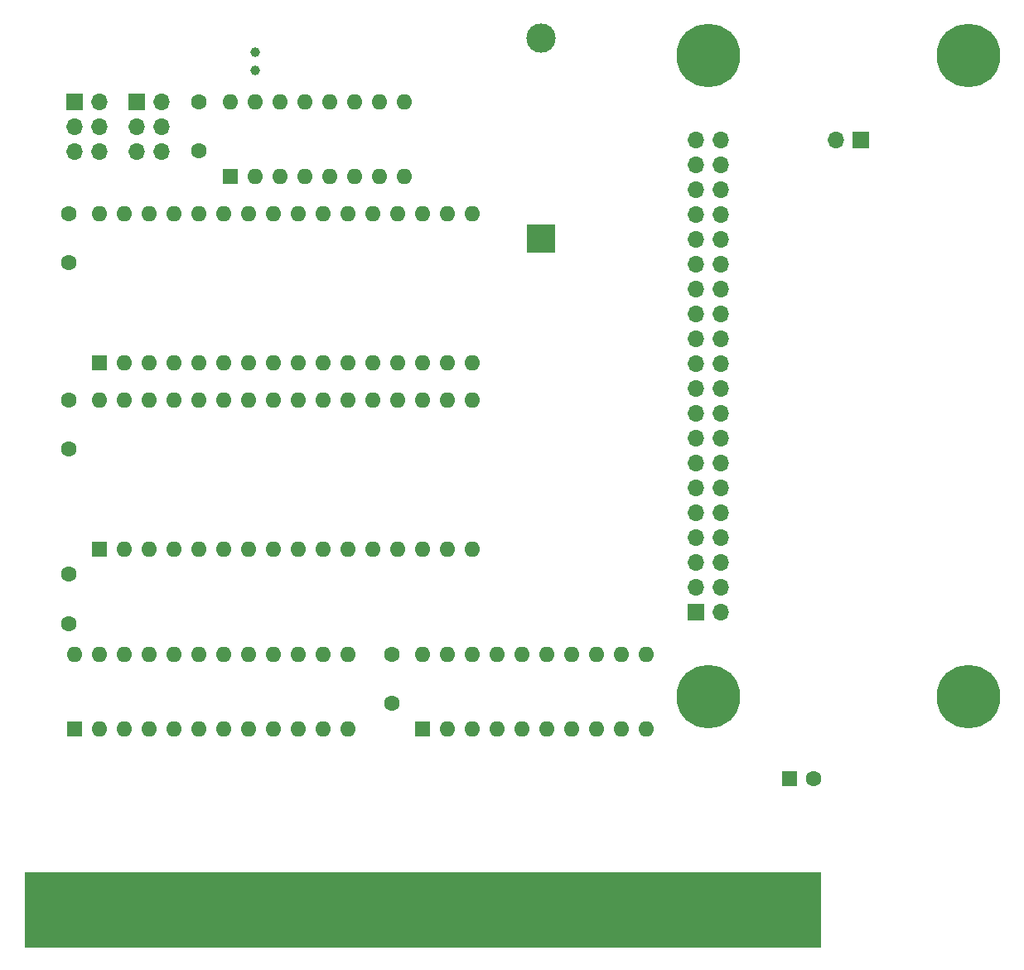
<source format=gbs>
%TF.GenerationSoftware,KiCad,Pcbnew,(5.1.9)-1*%
%TF.CreationDate,2021-06-13T16:48:13+08:00*%
%TF.ProjectId,CF-Combo-Super-Lite,43462d43-6f6d-4626-9f2d-53757065722d,rev?*%
%TF.SameCoordinates,Original*%
%TF.FileFunction,Soldermask,Bot*%
%TF.FilePolarity,Negative*%
%FSLAX46Y46*%
G04 Gerber Fmt 4.6, Leading zero omitted, Abs format (unit mm)*
G04 Created by KiCad (PCBNEW (5.1.9)-1) date 2021-06-13 16:48:13*
%MOMM*%
%LPD*%
G01*
G04 APERTURE LIST*
%ADD10C,0.100000*%
%ADD11O,1.700000X1.700000*%
%ADD12R,1.700000X1.700000*%
%ADD13C,1.600000*%
%ADD14O,1.600000X1.600000*%
%ADD15R,1.600000X1.600000*%
%ADD16C,3.000000*%
%ADD17R,3.000000X3.000000*%
%ADD18C,1.000000*%
%ADD19C,6.500000*%
%ADD20R,1.780000X7.620000*%
G04 APERTURE END LIST*
D10*
G36*
X177800000Y-142240000D02*
G01*
X96520000Y-142240000D01*
X96520000Y-134620000D01*
X177800000Y-134620000D01*
X177800000Y-142240000D01*
G37*
X177800000Y-142240000D02*
X96520000Y-142240000D01*
X96520000Y-134620000D01*
X177800000Y-134620000D01*
X177800000Y-142240000D01*
D11*
%TO.C,J2*%
X179411000Y-59817000D03*
D12*
X181951000Y-59817000D03*
%TD*%
D13*
%TO.C,C2*%
X100965000Y-104220000D03*
X100965000Y-109220000D03*
%TD*%
D14*
%TO.C,U1*%
X104140000Y-67310000D03*
X142240000Y-82550000D03*
X106680000Y-67310000D03*
X139700000Y-82550000D03*
X109220000Y-67310000D03*
X137160000Y-82550000D03*
X111760000Y-67310000D03*
X134620000Y-82550000D03*
X114300000Y-67310000D03*
X132080000Y-82550000D03*
X116840000Y-67310000D03*
X129540000Y-82550000D03*
X119380000Y-67310000D03*
X127000000Y-82550000D03*
X121920000Y-67310000D03*
X124460000Y-82550000D03*
X124460000Y-67310000D03*
X121920000Y-82550000D03*
X127000000Y-67310000D03*
X119380000Y-82550000D03*
X129540000Y-67310000D03*
X116840000Y-82550000D03*
X132080000Y-67310000D03*
X114300000Y-82550000D03*
X134620000Y-67310000D03*
X111760000Y-82550000D03*
X137160000Y-67310000D03*
X109220000Y-82550000D03*
X139700000Y-67310000D03*
X106680000Y-82550000D03*
X142240000Y-67310000D03*
D15*
X104140000Y-82550000D03*
%TD*%
D11*
%TO.C,J5*%
X110490000Y-60960000D03*
X107950000Y-60960000D03*
X110490000Y-58420000D03*
X107950000Y-58420000D03*
X110490000Y-55880000D03*
D12*
X107950000Y-55880000D03*
%TD*%
D11*
%TO.C,J4*%
X104140000Y-60960000D03*
X101600000Y-60960000D03*
X104140000Y-58420000D03*
X101600000Y-58420000D03*
X104140000Y-55880000D03*
D12*
X101600000Y-55880000D03*
%TD*%
D14*
%TO.C,U5*%
X104140000Y-86360000D03*
X142240000Y-101600000D03*
X106680000Y-86360000D03*
X139700000Y-101600000D03*
X109220000Y-86360000D03*
X137160000Y-101600000D03*
X111760000Y-86360000D03*
X134620000Y-101600000D03*
X114300000Y-86360000D03*
X132080000Y-101600000D03*
X116840000Y-86360000D03*
X129540000Y-101600000D03*
X119380000Y-86360000D03*
X127000000Y-101600000D03*
X121920000Y-86360000D03*
X124460000Y-101600000D03*
X124460000Y-86360000D03*
X121920000Y-101600000D03*
X127000000Y-86360000D03*
X119380000Y-101600000D03*
X129540000Y-86360000D03*
X116840000Y-101600000D03*
X132080000Y-86360000D03*
X114300000Y-101600000D03*
X134620000Y-86360000D03*
X111760000Y-101600000D03*
X137160000Y-86360000D03*
X109220000Y-101600000D03*
X139700000Y-86360000D03*
X106680000Y-101600000D03*
X142240000Y-86360000D03*
D15*
X104140000Y-101600000D03*
%TD*%
D11*
%TO.C,J1*%
X167640000Y-59817000D03*
X165100000Y-59817000D03*
X167640000Y-62357000D03*
X165100000Y-62357000D03*
X167640000Y-64897000D03*
X165100000Y-64897000D03*
X167640000Y-67437000D03*
X165100000Y-67437000D03*
X167640000Y-69977000D03*
X165100000Y-69977000D03*
X167640000Y-72517000D03*
X165100000Y-72517000D03*
X167640000Y-75057000D03*
X165100000Y-75057000D03*
X167640000Y-77597000D03*
X165100000Y-77597000D03*
X167640000Y-80137000D03*
X165100000Y-80137000D03*
X167640000Y-82677000D03*
X165100000Y-82677000D03*
X167640000Y-85217000D03*
X165100000Y-85217000D03*
X167640000Y-87757000D03*
X165100000Y-87757000D03*
X167640000Y-90297000D03*
X165100000Y-90297000D03*
X167640000Y-92837000D03*
X165100000Y-92837000D03*
X167640000Y-95377000D03*
X165100000Y-95377000D03*
X167640000Y-97917000D03*
X165100000Y-97917000D03*
X167640000Y-100457000D03*
X165100000Y-100457000D03*
X167640000Y-102997000D03*
X165100000Y-102997000D03*
X167640000Y-105537000D03*
X165100000Y-105537000D03*
X167640000Y-108077000D03*
D12*
X165100000Y-108077000D03*
%TD*%
D14*
%TO.C,U3*%
X101600000Y-112395000D03*
X129540000Y-120015000D03*
X104140000Y-112395000D03*
X127000000Y-120015000D03*
X106680000Y-112395000D03*
X124460000Y-120015000D03*
X109220000Y-112395000D03*
X121920000Y-120015000D03*
X111760000Y-112395000D03*
X119380000Y-120015000D03*
X114300000Y-112395000D03*
X116840000Y-120015000D03*
X116840000Y-112395000D03*
X114300000Y-120015000D03*
X119380000Y-112395000D03*
X111760000Y-120015000D03*
X121920000Y-112395000D03*
X109220000Y-120015000D03*
X124460000Y-112395000D03*
X106680000Y-120015000D03*
X127000000Y-112395000D03*
X104140000Y-120015000D03*
X129540000Y-112395000D03*
D15*
X101600000Y-120015000D03*
%TD*%
D14*
%TO.C,U4*%
X117475000Y-55880000D03*
X135255000Y-63500000D03*
X120015000Y-55880000D03*
X132715000Y-63500000D03*
X122555000Y-55880000D03*
X130175000Y-63500000D03*
X125095000Y-55880000D03*
X127635000Y-63500000D03*
X127635000Y-55880000D03*
X125095000Y-63500000D03*
X130175000Y-55880000D03*
X122555000Y-63500000D03*
X132715000Y-55880000D03*
X120015000Y-63500000D03*
X135255000Y-55880000D03*
D15*
X117475000Y-63500000D03*
%TD*%
D16*
%TO.C,BAT1*%
X149225000Y-49360000D03*
D17*
X149225000Y-69850000D03*
%TD*%
D13*
%TO.C,C5*%
X100965000Y-91360000D03*
X100965000Y-86360000D03*
%TD*%
%TO.C,C4*%
X114300000Y-60880000D03*
X114300000Y-55880000D03*
%TD*%
D18*
%TO.C,Y1*%
X120015000Y-50805000D03*
X120015000Y-52705000D03*
%TD*%
D19*
%TO.C,H4*%
X192913000Y-116713000D03*
%TD*%
D13*
%TO.C,C6*%
X177125000Y-125095000D03*
D15*
X174625000Y-125095000D03*
%TD*%
D13*
%TO.C,C3*%
X133985000Y-117395000D03*
X133985000Y-112395000D03*
%TD*%
%TO.C,C1*%
X100965000Y-72310000D03*
X100965000Y-67310000D03*
%TD*%
D14*
%TO.C,U2*%
X137160000Y-112395000D03*
X160020000Y-120015000D03*
X139700000Y-112395000D03*
X157480000Y-120015000D03*
X142240000Y-112395000D03*
X154940000Y-120015000D03*
X144780000Y-112395000D03*
X152400000Y-120015000D03*
X147320000Y-112395000D03*
X149860000Y-120015000D03*
X149860000Y-112395000D03*
X147320000Y-120015000D03*
X152400000Y-112395000D03*
X144780000Y-120015000D03*
X154940000Y-112395000D03*
X142240000Y-120015000D03*
X157480000Y-112395000D03*
X139700000Y-120015000D03*
X160020000Y-112395000D03*
D15*
X137160000Y-120015000D03*
%TD*%
D19*
%TO.C,H3*%
X166370000Y-116713000D03*
%TD*%
%TO.C,H1*%
X166370000Y-51181000D03*
%TD*%
%TO.C,H2*%
X192913000Y-51181000D03*
%TD*%
D20*
%TO.C,J3*%
X99060000Y-138430000D03*
X101600000Y-138430000D03*
X104140000Y-138430000D03*
X106680000Y-138430000D03*
X109220000Y-138430000D03*
X111760000Y-138430000D03*
X114300000Y-138430000D03*
X116840000Y-138430000D03*
X119380000Y-138430000D03*
X121920000Y-138430000D03*
X124460000Y-138430000D03*
X127000000Y-138430000D03*
X129540000Y-138430000D03*
X132080000Y-138430000D03*
X134620000Y-138430000D03*
X137160000Y-138430000D03*
X139700000Y-138430000D03*
X142240000Y-138430000D03*
X144780000Y-138430000D03*
X147320000Y-138430000D03*
X149860000Y-138430000D03*
X152400000Y-138430000D03*
X154940000Y-138430000D03*
X157480000Y-138430000D03*
X160020000Y-138430000D03*
X162560000Y-138430000D03*
X165100000Y-138430000D03*
X167640000Y-138430000D03*
X170180000Y-138430000D03*
X172720000Y-138430000D03*
X175260000Y-138430000D03*
%TD*%
M02*

</source>
